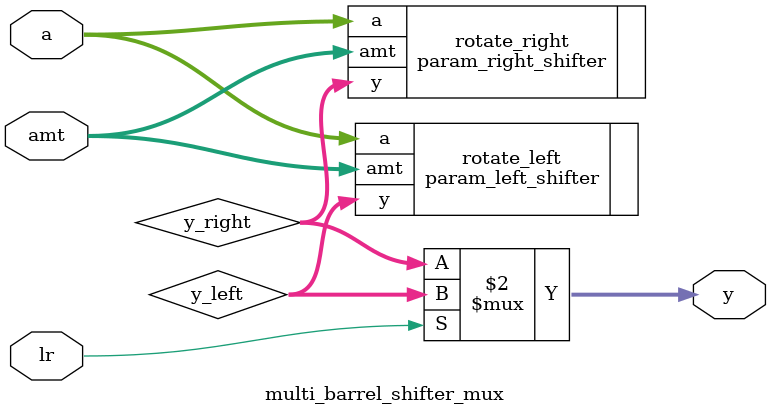
<source format=sv>
`timescale 1ns / 1ps




//========================================== multi barrel shifter (N-bit) =================================================
module multi_barrel_shifter_mux
    #(parameter N = 3)
    (
    input logic [(2**N)-1:0] a,
    input logic [N-1:0] amt,
    input logic lr, 
    output logic [(2**N)-1:0] y
    );

    logic [(2**N)-1:0] y_right, y_left; //holds left and right shift values

    
    param_right_shifter #(.N(N)) rotate_right ( //rotate right
        .a(a),
        .amt(amt),
        .y(y_right)
    );

    
    param_left_shifter #(.N(N)) rotate_left ( //rotate left
        .a(a),
        .amt(amt),
        .y(y_left)
    );

    
    always_comb begin //mux for left or right shift
        y = lr ? y_left : y_right;
    end

endmodule
</source>
